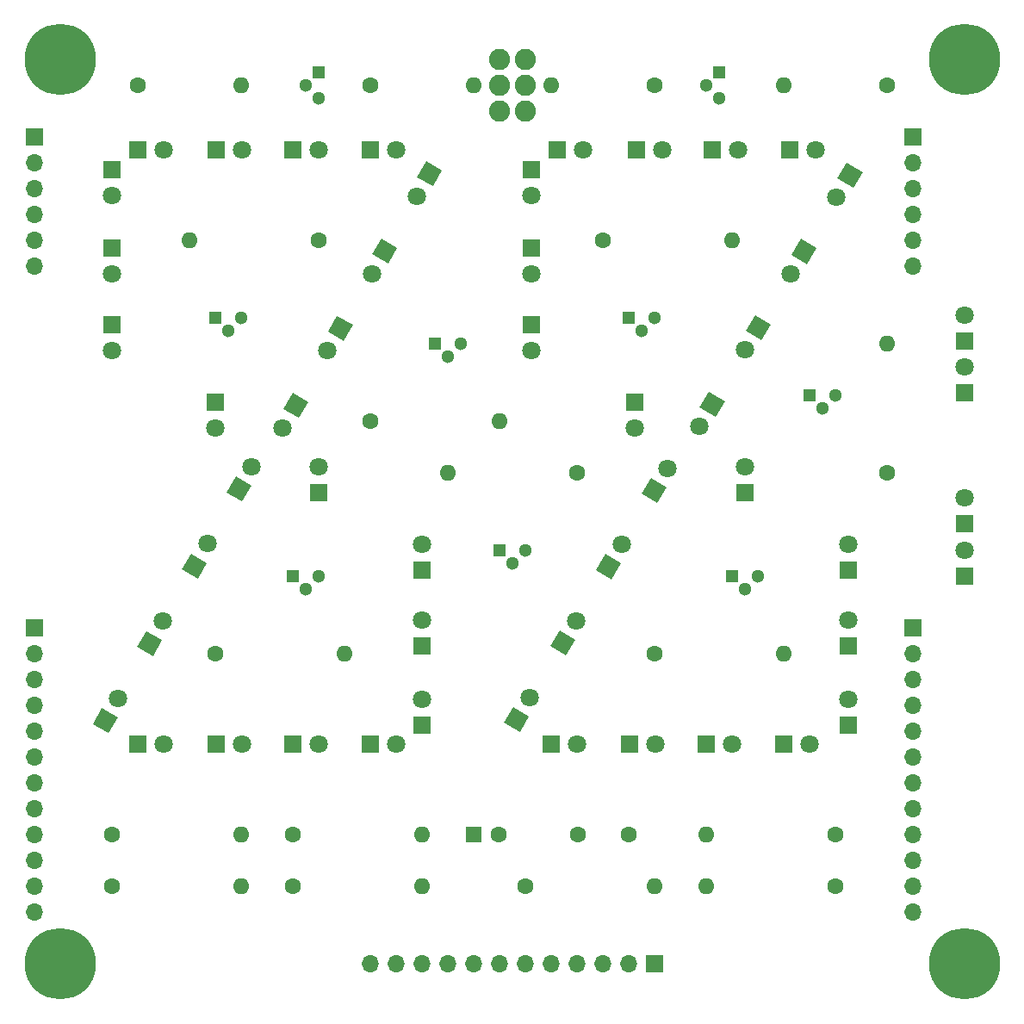
<source format=gbr>
G04 #@! TF.GenerationSoftware,KiCad,Pcbnew,5.1.10-5.1.10*
G04 #@! TF.CreationDate,2021-09-24T10:51:31+10:00*
G04 #@! TF.ProjectId,6segment,36736567-6d65-46e7-942e-6b696361645f,rev?*
G04 #@! TF.SameCoordinates,Original*
G04 #@! TF.FileFunction,Soldermask,Bot*
G04 #@! TF.FilePolarity,Negative*
%FSLAX46Y46*%
G04 Gerber Fmt 4.6, Leading zero omitted, Abs format (unit mm)*
G04 Created by KiCad (PCBNEW 5.1.10-5.1.10) date 2021-09-24 10:51:31*
%MOMM*%
%LPD*%
G01*
G04 APERTURE LIST*
%ADD10O,1.600000X1.600000*%
%ADD11C,1.600000*%
%ADD12C,2.082800*%
%ADD13C,0.100000*%
%ADD14C,1.800000*%
%ADD15R,1.800000X1.800000*%
%ADD16C,7.000000*%
%ADD17O,1.700000X1.700000*%
%ADD18R,1.700000X1.700000*%
%ADD19R,1.300000X1.300000*%
%ADD20C,1.300000*%
%ADD21R,1.600000X1.600000*%
G04 APERTURE END LIST*
D10*
G04 #@! TO.C,R24*
X160020000Y-48260000D03*
D11*
X170180000Y-48260000D03*
G04 #@! TD*
D10*
G04 #@! TO.C,R23*
X106680000Y-48260000D03*
D11*
X96520000Y-48260000D03*
G04 #@! TD*
D10*
G04 #@! TO.C,R22*
X137160000Y-48260000D03*
D11*
X147320000Y-48260000D03*
G04 #@! TD*
D10*
G04 #@! TO.C,R21*
X129540000Y-48260000D03*
D11*
X119380000Y-48260000D03*
G04 #@! TD*
D12*
G04 #@! TO.C,J6*
X134620000Y-50800000D03*
X132080000Y-50800000D03*
X134620000Y-48260000D03*
X132080000Y-48260000D03*
X134620000Y-45720000D03*
X132080000Y-45720000D03*
G04 #@! TD*
D13*
G04 #@! TO.C,D115*
G36*
X147641768Y-89281939D02*
G01*
X146098867Y-88354870D01*
X147025936Y-86811969D01*
X148568837Y-87739038D01*
X147641768Y-89281939D01*
G37*
D14*
X148642049Y-85869749D03*
D13*
G36*
X143128490Y-96793296D02*
G01*
X141585589Y-95866227D01*
X142512658Y-94323326D01*
X144055559Y-95250395D01*
X143128490Y-96793296D01*
G37*
D14*
X144128770Y-93381106D03*
D13*
G36*
X138615211Y-104304653D02*
G01*
X137072310Y-103377584D01*
X137999379Y-101834683D01*
X139542280Y-102761752D01*
X138615211Y-104304653D01*
G37*
D14*
X139615492Y-100892463D03*
X135102213Y-108403820D03*
D13*
G36*
X134101932Y-111816010D02*
G01*
X132559031Y-110888941D01*
X133486100Y-109346040D01*
X135029001Y-110273109D01*
X134101932Y-111816010D01*
G37*
G04 #@! TD*
G04 #@! TO.C,D112*
G36*
X152713232Y-78358061D02*
G01*
X154256133Y-79285130D01*
X153329064Y-80828031D01*
X151786163Y-79900962D01*
X152713232Y-78358061D01*
G37*
D14*
X151712951Y-81770251D03*
D13*
G36*
X157226510Y-70846704D02*
G01*
X158769411Y-71773773D01*
X157842342Y-73316674D01*
X156299441Y-72389605D01*
X157226510Y-70846704D01*
G37*
D14*
X156226230Y-74258894D03*
D13*
G36*
X161739789Y-63335347D02*
G01*
X163282690Y-64262416D01*
X162355621Y-65805317D01*
X160812720Y-64878248D01*
X161739789Y-63335347D01*
G37*
D14*
X160739508Y-66747537D03*
X165252787Y-59236180D03*
D13*
G36*
X166253068Y-55823990D02*
G01*
X167795969Y-56751059D01*
X166868900Y-58293960D01*
X165325999Y-57366891D01*
X166253068Y-55823990D01*
G37*
G04 #@! TD*
G04 #@! TO.C,D15*
G36*
X106818923Y-89156004D02*
G01*
X105260077Y-88256004D01*
X106160077Y-86697158D01*
X107718923Y-87597158D01*
X106818923Y-89156004D01*
G37*
D14*
X107759500Y-85726876D03*
D13*
G36*
X102437423Y-96744984D02*
G01*
X100878577Y-95844984D01*
X101778577Y-94286138D01*
X103337423Y-95186138D01*
X102437423Y-96744984D01*
G37*
D14*
X103378000Y-93315857D03*
D13*
G36*
X98055923Y-104333965D02*
G01*
X96497077Y-103433965D01*
X97397077Y-101875119D01*
X98955923Y-102775119D01*
X98055923Y-104333965D01*
G37*
D14*
X98996500Y-100904837D03*
X94615000Y-108493818D03*
D13*
G36*
X93674423Y-111922946D02*
G01*
X92115577Y-111022946D01*
X93015577Y-109464100D01*
X94574423Y-110364100D01*
X93674423Y-111922946D01*
G37*
G04 #@! TD*
G04 #@! TO.C,D12*
G36*
X111748077Y-78483996D02*
G01*
X113306923Y-79383996D01*
X112406923Y-80942842D01*
X110848077Y-80042842D01*
X111748077Y-78483996D01*
G37*
D14*
X110807500Y-81913124D03*
D13*
G36*
X116129577Y-70895016D02*
G01*
X117688423Y-71795016D01*
X116788423Y-73353862D01*
X115229577Y-72453862D01*
X116129577Y-70895016D01*
G37*
D14*
X115189000Y-74324143D03*
D13*
G36*
X120511077Y-63306035D02*
G01*
X122069923Y-64206035D01*
X121169923Y-65764881D01*
X119611077Y-64864881D01*
X120511077Y-63306035D01*
G37*
D14*
X119570500Y-66735163D03*
X123952000Y-59146182D03*
D13*
G36*
X124892577Y-55717054D02*
G01*
X126451423Y-56617054D01*
X125551423Y-58175900D01*
X123992577Y-57275900D01*
X124892577Y-55717054D01*
G37*
G04 #@! TD*
D15*
G04 #@! TO.C,D116*
X145415000Y-79375000D03*
D14*
X145415000Y-81915000D03*
D15*
X135255000Y-71755000D03*
D14*
X135255000Y-74295000D03*
D15*
X135255000Y-64262000D03*
D14*
X135255000Y-66802000D03*
X135255000Y-59055000D03*
D15*
X135255000Y-56515000D03*
G04 #@! TD*
G04 #@! TO.C,D16*
X104140000Y-79375000D03*
D14*
X104140000Y-81915000D03*
D15*
X93980000Y-71755000D03*
D14*
X93980000Y-74295000D03*
D15*
X93980000Y-64262000D03*
D14*
X93980000Y-66802000D03*
X93980000Y-59055000D03*
D15*
X93980000Y-56515000D03*
G04 #@! TD*
G04 #@! TO.C,D113*
X156210000Y-88265000D03*
D14*
X156210000Y-85725000D03*
D15*
X166370000Y-95885000D03*
D14*
X166370000Y-93345000D03*
D15*
X166370000Y-103378000D03*
D14*
X166370000Y-100838000D03*
X166370000Y-108585000D03*
D15*
X166370000Y-111125000D03*
G04 #@! TD*
G04 #@! TO.C,D13*
X114300000Y-88265000D03*
D14*
X114300000Y-85725000D03*
D15*
X124460000Y-95885000D03*
D14*
X124460000Y-93345000D03*
D15*
X124460000Y-103378000D03*
D14*
X124460000Y-100838000D03*
X124460000Y-108585000D03*
D15*
X124460000Y-111125000D03*
G04 #@! TD*
G04 #@! TO.C,D117*
X177800000Y-73406000D03*
D14*
X177800000Y-70866000D03*
D15*
X177800000Y-78486000D03*
D14*
X177800000Y-75946000D03*
D15*
X177800000Y-91313000D03*
D14*
X177800000Y-88773000D03*
X177800000Y-93980000D03*
D15*
X177800000Y-96520000D03*
G04 #@! TD*
D16*
G04 #@! TO.C,H4*
X177800000Y-134620000D03*
G04 #@! TD*
G04 #@! TO.C,H3*
X88900000Y-134620000D03*
G04 #@! TD*
G04 #@! TO.C,H2*
X177800000Y-45720000D03*
G04 #@! TD*
G04 #@! TO.C,H1*
X88900000Y-45720000D03*
G04 #@! TD*
D17*
G04 #@! TO.C,J4*
X86360000Y-129540000D03*
X86360000Y-127000000D03*
X86360000Y-124460000D03*
X86360000Y-121920000D03*
X86360000Y-119380000D03*
X86360000Y-116840000D03*
X86360000Y-114300000D03*
X86360000Y-111760000D03*
X86360000Y-109220000D03*
X86360000Y-106680000D03*
X86360000Y-104140000D03*
D18*
X86360000Y-101600000D03*
G04 #@! TD*
D17*
G04 #@! TO.C,J3*
X172720000Y-129540000D03*
X172720000Y-127000000D03*
X172720000Y-124460000D03*
X172720000Y-121920000D03*
X172720000Y-119380000D03*
X172720000Y-116840000D03*
X172720000Y-114300000D03*
X172720000Y-111760000D03*
X172720000Y-109220000D03*
X172720000Y-106680000D03*
X172720000Y-104140000D03*
D18*
X172720000Y-101600000D03*
G04 #@! TD*
D15*
G04 #@! TO.C,D11*
X119380000Y-54610000D03*
D14*
X121920000Y-54610000D03*
D15*
X111760000Y-54610000D03*
D14*
X114300000Y-54610000D03*
D15*
X104267000Y-54610000D03*
D14*
X106807000Y-54610000D03*
X99060000Y-54610000D03*
D15*
X96520000Y-54610000D03*
G04 #@! TD*
G04 #@! TO.C,D14*
X119380000Y-113030000D03*
D14*
X121920000Y-113030000D03*
D15*
X111760000Y-113030000D03*
D14*
X114300000Y-113030000D03*
D15*
X104267000Y-113030000D03*
D14*
X106807000Y-113030000D03*
X99060000Y-113030000D03*
D15*
X96520000Y-113030000D03*
G04 #@! TD*
G04 #@! TO.C,D111*
X160655000Y-54610000D03*
D14*
X163195000Y-54610000D03*
D15*
X153035000Y-54610000D03*
D14*
X155575000Y-54610000D03*
D15*
X145542000Y-54610000D03*
D14*
X148082000Y-54610000D03*
X140335000Y-54610000D03*
D15*
X137795000Y-54610000D03*
G04 #@! TD*
G04 #@! TO.C,D114*
X160020000Y-113030000D03*
D14*
X162560000Y-113030000D03*
D15*
X152400000Y-113030000D03*
D14*
X154940000Y-113030000D03*
D15*
X144907000Y-113030000D03*
D14*
X147447000Y-113030000D03*
X139700000Y-113030000D03*
D15*
X137160000Y-113030000D03*
G04 #@! TD*
D10*
G04 #@! TO.C,R18*
X152400000Y-121920000D03*
D11*
X165100000Y-121920000D03*
G04 #@! TD*
D10*
G04 #@! TO.C,R16*
X106680000Y-121920000D03*
D11*
X93980000Y-121920000D03*
G04 #@! TD*
D10*
G04 #@! TO.C,R15*
X106680000Y-127000000D03*
D11*
X93980000Y-127000000D03*
G04 #@! TD*
D10*
G04 #@! TO.C,R14*
X124460000Y-127000000D03*
D11*
X111760000Y-127000000D03*
G04 #@! TD*
D10*
G04 #@! TO.C,R13*
X124460000Y-121920000D03*
D11*
X111760000Y-121920000D03*
G04 #@! TD*
D10*
G04 #@! TO.C,R12*
X147320000Y-127000000D03*
D11*
X134620000Y-127000000D03*
G04 #@! TD*
D10*
G04 #@! TO.C,R11*
X152400000Y-127000000D03*
D11*
X165100000Y-127000000D03*
G04 #@! TD*
D10*
G04 #@! TO.C,R8*
X170180000Y-73660000D03*
D11*
X170180000Y-86360000D03*
G04 #@! TD*
D10*
G04 #@! TO.C,R6*
X132080000Y-81280000D03*
D11*
X119380000Y-81280000D03*
G04 #@! TD*
D10*
G04 #@! TO.C,R5*
X127000000Y-86360000D03*
D11*
X139700000Y-86360000D03*
G04 #@! TD*
D10*
G04 #@! TO.C,R4*
X116840000Y-104140000D03*
D11*
X104140000Y-104140000D03*
G04 #@! TD*
D10*
G04 #@! TO.C,R3*
X160020000Y-104140000D03*
D11*
X147320000Y-104140000D03*
G04 #@! TD*
D10*
G04 #@! TO.C,R2*
X101600000Y-63500000D03*
D11*
X114300000Y-63500000D03*
G04 #@! TD*
D10*
G04 #@! TO.C,R1*
X154940000Y-63500000D03*
D11*
X142240000Y-63500000D03*
G04 #@! TD*
D19*
G04 #@! TO.C,Q22*
X153670000Y-46990000D03*
D20*
X153670000Y-49530000D03*
X152400000Y-48260000D03*
G04 #@! TD*
D19*
G04 #@! TO.C,Q21*
X114300000Y-46990000D03*
D20*
X114300000Y-49530000D03*
X113030000Y-48260000D03*
G04 #@! TD*
D19*
G04 #@! TO.C,Q8*
X162560000Y-78740000D03*
D20*
X165100000Y-78740000D03*
X163830000Y-80010000D03*
G04 #@! TD*
D19*
G04 #@! TO.C,Q6*
X125730000Y-73660000D03*
D20*
X128270000Y-73660000D03*
X127000000Y-74930000D03*
G04 #@! TD*
D19*
G04 #@! TO.C,Q5*
X132080000Y-93980000D03*
D20*
X134620000Y-93980000D03*
X133350000Y-95250000D03*
G04 #@! TD*
D19*
G04 #@! TO.C,Q4*
X111760000Y-96520000D03*
D20*
X114300000Y-96520000D03*
X113030000Y-97790000D03*
G04 #@! TD*
D19*
G04 #@! TO.C,Q3*
X154940000Y-96520000D03*
D20*
X157480000Y-96520000D03*
X156210000Y-97790000D03*
G04 #@! TD*
D19*
G04 #@! TO.C,Q2*
X104140000Y-71120000D03*
D20*
X106680000Y-71120000D03*
X105410000Y-72390000D03*
G04 #@! TD*
D19*
G04 #@! TO.C,Q1*
X144780000Y-71120000D03*
D20*
X147320000Y-71120000D03*
X146050000Y-72390000D03*
G04 #@! TD*
D17*
G04 #@! TO.C,J5*
X119380000Y-134620000D03*
X121920000Y-134620000D03*
X124460000Y-134620000D03*
X127000000Y-134620000D03*
X129540000Y-134620000D03*
X132080000Y-134620000D03*
X134620000Y-134620000D03*
X137160000Y-134620000D03*
X139700000Y-134620000D03*
X142240000Y-134620000D03*
X144780000Y-134620000D03*
D18*
X147320000Y-134620000D03*
G04 #@! TD*
D17*
G04 #@! TO.C,J2*
X86360000Y-66040000D03*
X86360000Y-63500000D03*
X86360000Y-60960000D03*
X86360000Y-58420000D03*
X86360000Y-55880000D03*
D18*
X86360000Y-53340000D03*
G04 #@! TD*
D17*
G04 #@! TO.C,J1*
X172720000Y-66040000D03*
X172720000Y-63500000D03*
X172720000Y-60960000D03*
X172720000Y-58420000D03*
X172720000Y-55880000D03*
D18*
X172720000Y-53340000D03*
G04 #@! TD*
D11*
G04 #@! TO.C,C2*
X132040000Y-121920000D03*
D21*
X129540000Y-121920000D03*
G04 #@! TD*
D11*
G04 #@! TO.C,C1*
X139780000Y-121920000D03*
X144780000Y-121920000D03*
G04 #@! TD*
M02*

</source>
